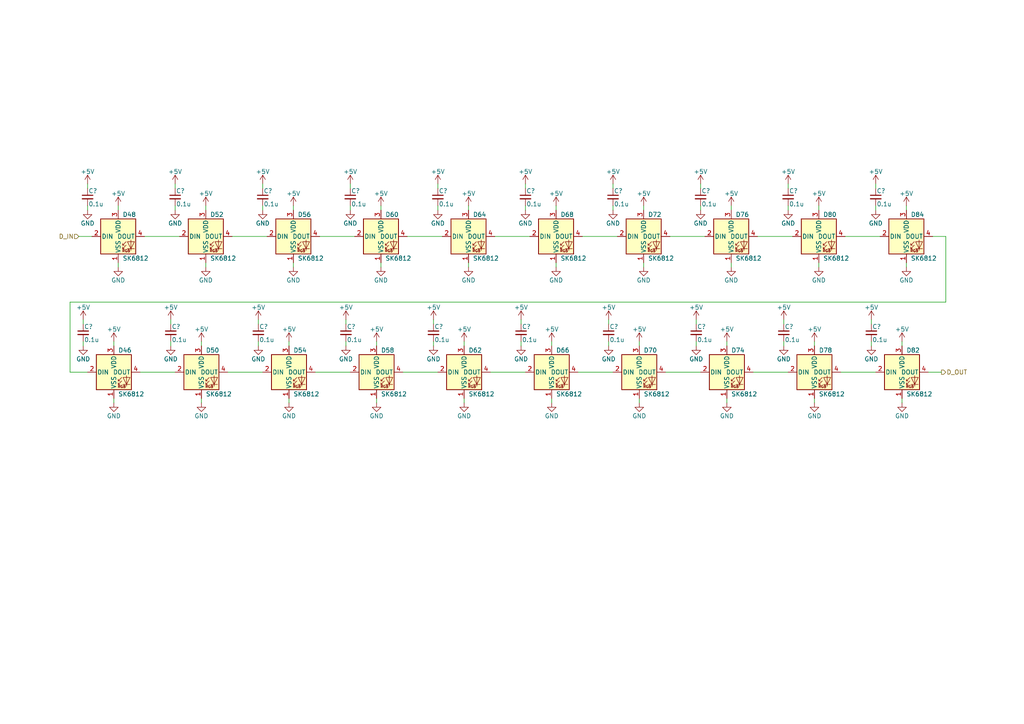
<source format=kicad_sch>
(kicad_sch (version 20231120) (generator "eeschema") (generator_version "8.0")
  (paper "A4")
  (lib_symbols
    (symbol "Device:C_Small" (pin_numbers hide) (pin_names (offset 0.254) hide)
      (property "Reference" "C" (at 0.254 1.778 0))
      (property "Value" "C_Small" (at 0.254 -2.032 0))
      (symbol "C_Small_0_1"
        (polyline (pts (xy -1.524 -0.508) (xy 1.524 -0.508)) (stroke (width 0.3302)))
        (polyline (pts (xy -1.524 0.508) (xy 1.524 0.508)) (stroke (width 0.3048)))
      )
      (symbol "C_Small_1_1"
        (pin passive line (at 0 2.54 270) (length 2.032) (name "~") (number "1"))
        (pin passive line (at 0 -2.54 90) (length 2.032) (name "~") (number "2"))
      )
    )
    (symbol "LED:SK6812" (pin_names (offset 0.254))
      (property "Reference" "D" (at 5.08 5.715 0))
      (property "Value" "SK6812" (at 1.27 -5.715 0))
      (symbol "SK6812_0_0"
        (text "RGB" (at 2.286 -4.191 0) (effects (font (size 0.762 0.762))))
      )
      (symbol "SK6812_0_1"
        (polyline (pts (xy 1.27 -3.556) (xy 1.778 -3.556)))
        (polyline (pts (xy 1.27 -2.54) (xy 1.778 -2.54)))
        (polyline (pts (xy 4.699 -3.556) (xy 2.667 -3.556)))
        (polyline (pts (xy 2.286 -2.54) (xy 1.27 -3.556) (xy 1.27 -3.048)))
        (polyline (pts (xy 2.286 -1.524) (xy 1.27 -2.54) (xy 1.27 -2.032)))
        (polyline (pts (xy 3.683 -1.016) (xy 3.683 -3.556) (xy 3.683 -4.064)))
        (polyline (pts (xy 4.699 -1.524) (xy 2.667 -1.524) (xy 3.683 -3.556) (xy 4.699 -1.524)))
        (rectangle (start 5.08 5.08) (end -5.08 -5.08) (stroke (width 0.254)) (fill (type background)))
      )
      (symbol "SK6812_1_1"
        (pin power_in line (at 0 -7.62 90) (length 2.54) (name "VSS") (number "1"))
        (pin input line (at -7.62 0 0) (length 2.54) (name "DIN") (number "2"))
        (pin power_in line (at 0 7.62 270) (length 2.54) (name "VDD") (number "3"))
        (pin output line (at 7.62 0 180) (length 2.54) (name "DOUT") (number "4"))
      )
    )
    (symbol "power:+5V" (power) (pin_names (offset 0))
      (property "Value" "+5V" (at 0 3.556 0))
      (symbol "+5V_0_1"
        (polyline (pts (xy -0.762 1.27) (xy 0 2.54)))
        (polyline (pts (xy 0 0) (xy 0 2.54)))
        (polyline (pts (xy 0 2.54) (xy 0.762 1.27)))
      )
      (symbol "+5V_1_1"
        (pin power_in line (at 0 0 90) (length 0) hide (name "+5V") (number "1"))
      )
    )
    (symbol "power:GND" (power) (pin_names (offset 0))
      (property "Value" "GND" (at 0 -3.81 0))
      (symbol "GND_0_1"
        (polyline (pts (xy 0 0) (xy 0 -1.27) (xy 1.27 -1.27) (xy 0 -2.54) (xy -1.27 -1.27) (xy 0 -1.27)))
      )
      (symbol "GND_1_1"
        (pin power_in line (at 0 0 270) (length 0) hide (name "GND") (number "1"))
      )
    )
  )
  (wire (pts (xy 151.13 99.06) (xy 151.13 100.33)))
  (wire (pts (xy 116.84 107.95) (xy 127 107.95)))
  (wire (pts (xy 201.93 92.71) (xy 201.93 93.98)))
  (wire (pts (xy 33.02 99.06) (xy 33.02 100.33)))
  (wire (pts (xy 186.69 59.69) (xy 186.69 60.96)))
  (wire (pts (xy 59.69 76.2) (xy 59.69 77.47)))
  (wire (pts (xy 160.02 115.57) (xy 160.02 116.84)))
  (wire (pts (xy 203.2 53.34) (xy 203.2 54.61)))
  (wire (pts (xy 176.53 92.71) (xy 176.53 93.98)))
  (wire (pts (xy 237.49 59.69) (xy 237.49 60.96)))
  (wire (pts (xy 270.51 68.58) (xy 274.32 68.58)))
  (wire (pts (xy 168.91 68.58) (xy 179.07 68.58)))
  (wire (pts (xy 237.49 76.2) (xy 237.49 77.47)))
  (wire (pts (xy 83.82 99.06) (xy 83.82 100.33)))
  (wire (pts (xy 261.62 115.57) (xy 261.62 116.84)))
  (wire (pts (xy 92.71 68.58) (xy 102.87 68.58)))
  (wire (pts (xy 210.82 115.57) (xy 210.82 116.84)))
  (wire (pts (xy 125.73 99.06) (xy 125.73 100.33)))
  (wire (pts (xy 274.32 87.63) (xy 20.32 87.63)))
  (wire (pts (xy 203.2 59.69) (xy 203.2 60.96)))
  (wire (pts (xy 109.22 99.06) (xy 109.22 100.33)))
  (wire (pts (xy 262.89 59.69) (xy 262.89 60.96)))
  (wire (pts (xy 193.04 107.95) (xy 203.2 107.95)))
  (wire (pts (xy 34.29 76.2) (xy 34.29 77.47)))
  (wire (pts (xy 118.11 68.58) (xy 128.27 68.58)))
  (wire (pts (xy 49.53 99.06) (xy 49.53 100.33)))
  (wire (pts (xy 185.42 115.57) (xy 185.42 116.84)))
  (wire (pts (xy 135.89 59.69) (xy 135.89 60.96)))
  (wire (pts (xy 151.13 92.71) (xy 151.13 93.98)))
  (wire (pts (xy 59.69 59.69) (xy 59.69 60.96)))
  (wire (pts (xy 228.6 59.69) (xy 228.6 60.96)))
  (wire (pts (xy 269.24 107.95) (xy 273.05 107.95)))
  (wire (pts (xy 194.31 68.58) (xy 204.47 68.58)))
  (wire (pts (xy 34.29 59.69) (xy 34.29 60.96)))
  (wire (pts (xy 254 59.69) (xy 254 60.96)))
  (wire (pts (xy 245.11 68.58) (xy 255.27 68.58)))
  (wire (pts (xy 58.42 115.57) (xy 58.42 116.84)))
  (wire (pts (xy 212.09 59.69) (xy 212.09 60.96)))
  (wire (pts (xy 254 53.34) (xy 254 54.61)))
  (wire (pts (xy 74.93 92.71) (xy 74.93 93.98)))
  (wire (pts (xy 91.44 107.95) (xy 101.6 107.95)))
  (wire (pts (xy 236.22 99.06) (xy 236.22 100.33)))
  (wire (pts (xy 22.86 68.58) (xy 26.67 68.58)))
  (wire (pts (xy 201.93 99.06) (xy 201.93 100.33)))
  (wire (pts (xy 24.13 92.71) (xy 24.13 93.98)))
  (wire (pts (xy 67.31 68.58) (xy 77.47 68.58)))
  (wire (pts (xy 109.22 115.57) (xy 109.22 116.84)))
  (wire (pts (xy 33.02 115.57) (xy 33.02 116.84)))
  (wire (pts (xy 167.64 107.95) (xy 177.8 107.95)))
  (wire (pts (xy 228.6 53.34) (xy 228.6 54.61)))
  (wire (pts (xy 161.29 76.2) (xy 161.29 77.47)))
  (wire (pts (xy 25.4 59.69) (xy 25.4 60.96)))
  (wire (pts (xy 110.49 76.2) (xy 110.49 77.47)))
  (wire (pts (xy 66.04 107.95) (xy 76.2 107.95)))
  (wire (pts (xy 50.8 53.34) (xy 50.8 54.61)))
  (wire (pts (xy 134.62 115.57) (xy 134.62 116.84)))
  (wire (pts (xy 101.6 53.34) (xy 101.6 54.61)))
  (wire (pts (xy 76.2 53.34) (xy 76.2 54.61)))
  (wire (pts (xy 127 59.69) (xy 127 60.96)))
  (wire (pts (xy 210.82 99.06) (xy 210.82 100.33)))
  (wire (pts (xy 227.33 99.06) (xy 227.33 100.33)))
  (wire (pts (xy 252.73 99.06) (xy 252.73 100.33)))
  (wire (pts (xy 152.4 59.69) (xy 152.4 60.96)))
  (wire (pts (xy 20.32 107.95) (xy 25.4 107.95)))
  (wire (pts (xy 74.93 99.06) (xy 74.93 100.33)))
  (wire (pts (xy 135.89 76.2) (xy 135.89 77.47)))
  (wire (pts (xy 101.6 59.69) (xy 101.6 60.96)))
  (wire (pts (xy 85.09 76.2) (xy 85.09 77.47)))
  (wire (pts (xy 261.62 99.06) (xy 261.62 100.33)))
  (wire (pts (xy 20.32 87.63) (xy 20.32 107.95)))
  (wire (pts (xy 50.8 59.69) (xy 50.8 60.96)))
  (wire (pts (xy 24.13 99.06) (xy 24.13 100.33)))
  (wire (pts (xy 76.2 59.69) (xy 76.2 60.96)))
  (wire (pts (xy 274.32 68.58) (xy 274.32 87.63)))
  (wire (pts (xy 127 53.34) (xy 127 54.61)))
  (wire (pts (xy 185.42 99.06) (xy 185.42 100.33)))
  (wire (pts (xy 186.69 76.2) (xy 186.69 77.47)))
  (wire (pts (xy 252.73 92.71) (xy 252.73 93.98)))
  (wire (pts (xy 83.82 115.57) (xy 83.82 116.84)))
  (wire (pts (xy 40.64 107.95) (xy 50.8 107.95)))
  (wire (pts (xy 142.24 107.95) (xy 152.4 107.95)))
  (wire (pts (xy 152.4 53.34) (xy 152.4 54.61)))
  (wire (pts (xy 134.62 99.06) (xy 134.62 100.33)))
  (wire (pts (xy 176.53 99.06) (xy 176.53 100.33)))
  (wire (pts (xy 227.33 92.71) (xy 227.33 93.98)))
  (wire (pts (xy 25.4 53.34) (xy 25.4 54.61)))
  (wire (pts (xy 100.33 92.71) (xy 100.33 93.98)))
  (wire (pts (xy 236.22 115.57) (xy 236.22 116.84)))
  (wire (pts (xy 219.71 68.58) (xy 229.87 68.58)))
  (wire (pts (xy 58.42 99.06) (xy 58.42 100.33)))
  (wire (pts (xy 218.44 107.95) (xy 228.6 107.95)))
  (wire (pts (xy 177.8 59.69) (xy 177.8 60.96)))
  (wire (pts (xy 177.8 53.34) (xy 177.8 54.61)))
  (wire (pts (xy 41.91 68.58) (xy 52.07 68.58)))
  (wire (pts (xy 100.33 99.06) (xy 100.33 100.33)))
  (wire (pts (xy 212.09 76.2) (xy 212.09 77.47)))
  (wire (pts (xy 160.02 99.06) (xy 160.02 100.33)))
  (wire (pts (xy 125.73 92.71) (xy 125.73 93.98)))
  (wire (pts (xy 161.29 59.69) (xy 161.29 60.96)))
  (wire (pts (xy 262.89 76.2) (xy 262.89 77.47)))
  (wire (pts (xy 243.84 107.95) (xy 254 107.95)))
  (wire (pts (xy 143.51 68.58) (xy 153.67 68.58)))
  (wire (pts (xy 49.53 92.71) (xy 49.53 93.98)))
  (wire (pts (xy 110.49 59.69) (xy 110.49 60.96)))
  (wire (pts (xy 85.09 59.69) (xy 85.09 60.96)))
  (hierarchical_label "D_OUT" (shape output) (at 273.05 107.95 0))
  (hierarchical_label "D_IN" (shape input) (at 22.86 68.58 180))
  (symbol (lib_id "LED:SK6812") (at 34.29 68.58 0) (unit 1)
    (property "Reference" "D48" (at 35.56 62.23 0) (effects (justify left)))
    (property "Value" "SK6812" (at 35.56 74.93 0) (effects (justify left)))
    (property "Footprint" "-led:LED_SK6812_PLCC4_5.0x5.0mm_P3.2mm_CustomForLedArray" (effects (hide yes)))
    (property "Datasheet" "https://cdn-shop.adafruit.com/product-files/1138/SK6812+LED+datasheet+.pdf" (effects (hide yes)))
    (instances (project "iot_name_tag" (path "" (reference "D48") (unit 1)) (path "" (reference "D87") (unit 1)) (path "" (reference "D8") (unit 1))))
  )
  (symbol (lib_id "Device:C_Small") (at 25.4 57.15 0) (unit 1)
    (property "Reference" "C16" (at 25.654 55.372 0) (effects (justify left)))
    (property "Value" "0.1u" (at 25.654 59.182 0) (effects (justify left)))
    (property "Footprint" "-capacitor:C_0402_NoSilk" (effects (hide yes)))
    (instances (project "iot_name_tag" (path "" (reference "C?") (unit 1)) (path "" (reference "C58") (unit 1)) (path "" (reference "C97") (unit 1)) (path "" (reference "C16") (unit 1))))
  )
  (symbol (lib_id "power:GND") (at 25.4 60.96 0) (unit 1)
    (property "Reference" "#PWR0156" (effects (hide yes)))
    (property "Value" "GND" (at 25.4 64.77 0))
    (instances (project "iot_name_tag" (path "" (reference "#PWR?") (unit 1)) (path "" (reference "#PWR0318") (unit 1)) (path "" (reference "#PWR0478") (unit 1)) (path "" (reference "#PWR0156") (unit 1))))
  )
  (symbol (lib_id "power:+5V") (at 25.4 53.34 0) (unit 1)
    (property "Reference" "#PWR0157" (effects (hide yes)))
    (property "Value" "+5V" (at 25.4 49.784 0))
    (instances (project "iot_name_tag" (path "" (reference "#PWR?") (unit 1)) (path "" (reference "#PWR0319") (unit 1)) (path "" (reference "#PWR0479") (unit 1)) (path "" (reference "#PWR0157") (unit 1))))
  )
  (symbol (lib_id "power:+5V") (at 34.29 59.69 0) (unit 1)
    (property "Reference" "#PWR0158" (effects (hide yes)))
    (property "Value" "+5V" (at 34.29 56.134 0))
    (instances (project "iot_name_tag" (path "" (reference "#PWR?") (unit 1)) (path "" (reference "#PWR0320") (unit 1)) (path "" (reference "#PWR0480") (unit 1)) (path "" (reference "#PWR0158") (unit 1))))
  )
  (symbol (lib_id "power:GND") (at 34.29 77.47 0) (unit 1)
    (property "Reference" "#PWR0159" (effects (hide yes)))
    (property "Value" "GND" (at 34.29 81.28 0))
    (instances (project "iot_name_tag" (path "" (reference "#PWR?") (unit 1)) (path "" (reference "#PWR0321") (unit 1)) (path "" (reference "#PWR0481") (unit 1)) (path "" (reference "#PWR0159") (unit 1))))
  )
  (symbol (lib_id "power:GND") (at 59.69 77.47 0) (unit 1)
    (property "Reference" "#PWR0160" (effects (hide yes)))
    (property "Value" "GND" (at 59.69 81.28 0))
    (instances (project "iot_name_tag" (path "" (reference "#PWR?") (unit 1)) (path "" (reference "#PWR0322") (unit 1)) (path "" (reference "#PWR0482") (unit 1)) (path "" (reference "#PWR0160") (unit 1))))
  )
  (symbol (lib_id "power:+5V") (at 59.69 59.69 0) (unit 1)
    (property "Reference" "#PWR0161" (effects (hide yes)))
    (property "Value" "+5V" (at 59.69 56.134 0))
    (instances (project "iot_name_tag" (path "" (reference "#PWR?") (unit 1)) (path "" (reference "#PWR0323") (unit 1)) (path "" (reference "#PWR0483") (unit 1)) (path "" (reference "#PWR0161") (unit 1))))
  )
  (symbol (lib_id "power:GND") (at 50.8 60.96 0) (unit 1)
    (property "Reference" "#PWR0163" (effects (hide yes)))
    (property "Value" "GND" (at 50.8 64.77 0))
    (instances (project "iot_name_tag" (path "" (reference "#PWR?") (unit 1)) (path "" (reference "#PWR0325") (unit 1)) (path "" (reference "#PWR0485") (unit 1)) (path "" (reference "#PWR0163") (unit 1))))
  )
  (symbol (lib_id "LED:SK6812") (at 59.69 68.58 0) (unit 1)
    (property "Reference" "D52" (at 60.96 62.23 0) (effects (justify left)))
    (property "Value" "SK6812" (at 60.96 74.93 0) (effects (justify left)))
    (property "Footprint" "-led:LED_SK6812_PLCC4_5.0x5.0mm_P3.2mm_CustomForLedArray" (effects (hide yes)))
    (property "Datasheet" "https://cdn-shop.adafruit.com/product-files/1138/SK6812+LED+datasheet+.pdf" (effects (hide yes)))
    (instances (project "iot_name_tag" (path "" (reference "D52") (unit 1)) (path "" (reference "D89") (unit 1)) (path "" (reference "D12") (unit 1))))
  )
  (symbol (lib_id "LED:SK6812") (at 85.09 68.58 0) (unit 1)
    (property "Reference" "D56" (at 86.36 62.23 0) (effects (justify left)))
    (property "Value" "SK6812" (at 86.36 74.93 0) (effects (justify left)))
    (property "Footprint" "-led:LED_SK6812_PLCC4_5.0x5.0mm_P3.2mm_CustomForLedArray" (effects (hide yes)))
    (property "Datasheet" "https://cdn-shop.adafruit.com/product-files/1138/SK6812+LED+datasheet+.pdf" (effects (hide yes)))
    (instances (project "iot_name_tag" (path "" (reference "D56") (unit 1)) (path "" (reference "D91") (unit 1)) (path "" (reference "D16") (unit 1))))
  )
  (symbol (lib_id "power:GND") (at 110.49 77.47 0) (unit 1)
    (property "Reference" "#PWR0168" (effects (hide yes)))
    (property "Value" "GND" (at 110.49 81.28 0))
    (instances (project "iot_name_tag" (path "" (reference "#PWR?") (unit 1)) (path "" (reference "#PWR0330") (unit 1)) (path "" (reference "#PWR0490") (unit 1)) (path "" (reference "#PWR0168") (unit 1))))
  )
  (symbol (lib_id "power:+5V") (at 110.49 59.69 0) (unit 1)
    (property "Reference" "#PWR0169" (effects (hide yes)))
    (property "Value" "+5V" (at 110.49 56.134 0))
    (instances (project "iot_name_tag" (path "" (reference "#PWR?") (unit 1)) (path "" (reference "#PWR0331") (unit 1)) (path "" (reference "#PWR0491") (unit 1)) (path "" (reference "#PWR0169") (unit 1))))
  )
  (symbol (lib_id "power:+5V") (at 101.6 53.34 0) (unit 1)
    (property "Reference" "#PWR0170" (effects (hide yes)))
    (property "Value" "+5V" (at 101.6 49.784 0))
    (instances (project "iot_name_tag" (path "" (reference "#PWR?") (unit 1)) (path "" (reference "#PWR0332") (unit 1)) (path "" (reference "#PWR0492") (unit 1)) (path "" (reference "#PWR0170") (unit 1))))
  )
  (symbol (lib_id "power:GND") (at 101.6 60.96 0) (unit 1)
    (property "Reference" "#PWR0171" (effects (hide yes)))
    (property "Value" "GND" (at 101.6 64.77 0))
    (instances (project "iot_name_tag" (path "" (reference "#PWR?") (unit 1)) (path "" (reference "#PWR0333") (unit 1)) (path "" (reference "#PWR0493") (unit 1)) (path "" (reference "#PWR0171") (unit 1))))
  )
  (symbol (lib_id "Device:C_Small") (at 101.6 57.15 0) (unit 1)
    (property "Reference" "C28" (at 101.854 55.372 0) (effects (justify left)))
    (property "Value" "0.1u" (at 101.854 59.182 0) (effects (justify left)))
    (property "Footprint" "-capacitor:C_0402_NoSilk" (effects (hide yes)))
    (instances (project "iot_name_tag" (path "" (reference "C?") (unit 1)) (path "" (reference "C70") (unit 1)) (path "" (reference "C103") (unit 1)) (path "" (reference "C28") (unit 1))))
  )
  (symbol (lib_id "LED:SK6812") (at 110.49 68.58 0) (unit 1)
    (property "Reference" "D60" (at 111.76 62.23 0) (effects (justify left)))
    (property "Value" "SK6812" (at 111.76 74.93 0) (effects (justify left)))
    (property "Footprint" "-led:LED_SK6812_PLCC4_5.0x5.0mm_P3.2mm_CustomForLedArray" (effects (hide yes)))
    (property "Datasheet" "https://cdn-shop.adafruit.com/product-files/1138/SK6812+LED+datasheet+.pdf" (effects (hide yes)))
    (instances (project "iot_name_tag" (path "" (reference "D60") (unit 1)) (path "" (reference "D93") (unit 1)) (path "" (reference "D20") (unit 1))))
  )
  (symbol (lib_id "power:+5V") (at 127 53.34 0) (unit 1)
    (property "Reference" "#PWR0174" (effects (hide yes)))
    (property "Value" "+5V" (at 127 49.784 0))
    (instances (project "iot_name_tag" (path "" (reference "#PWR?") (unit 1)) (path "" (reference "#PWR0336") (unit 1)) (path "" (reference "#PWR0496") (unit 1)) (path "" (reference "#PWR0174") (unit 1))))
  )
  (symbol (lib_id "power:GND") (at 127 60.96 0) (unit 1)
    (property "Reference" "#PWR0175" (effects (hide yes)))
    (property "Value" "GND" (at 127 64.77 0))
    (instances (project "iot_name_tag" (path "" (reference "#PWR?") (unit 1)) (path "" (reference "#PWR0337") (unit 1)) (path "" (reference "#PWR0497") (unit 1)) (path "" (reference "#PWR0175") (unit 1))))
  )
  (symbol (lib_id "LED:SK6812") (at 135.89 68.58 0) (unit 1)
    (property "Reference" "D64" (at 137.16 62.23 0) (effects (justify left)))
    (property "Value" "SK6812" (at 137.16 74.93 0) (effects (justify left)))
    (property "Footprint" "-led:LED_SK6812_PLCC4_5.0x5.0mm_P3.2mm_CustomForLedArray" (effects (hide yes)))
    (property "Datasheet" "https://cdn-shop.adafruit.com/product-files/1138/SK6812+LED+datasheet+.pdf" (effects (hide yes)))
    (instances (project "iot_name_tag" (path "" (reference "D64") (unit 1)) (path "" (reference "D95") (unit 1)) (path "" (reference "D24") (unit 1))))
  )
  (symbol (lib_id "power:GND") (at 161.29 77.47 0) (unit 1)
    (property "Reference" "#PWR0176" (effects (hide yes)))
    (property "Value" "GND" (at 161.29 81.28 0))
    (instances (project "iot_name_tag" (path "" (reference "#PWR?") (unit 1)) (path "" (reference "#PWR0338") (unit 1)) (path "" (reference "#PWR0498") (unit 1)) (path "" (reference "#PWR0176") (unit 1))))
  )
  (symbol (lib_id "power:+5V") (at 161.29 59.69 0) (unit 1)
    (property "Reference" "#PWR0177" (effects (hide yes)))
    (property "Value" "+5V" (at 161.29 56.134 0))
    (instances (project "iot_name_tag" (path "" (reference "#PWR?") (unit 1)) (path "" (reference "#PWR0339") (unit 1)) (path "" (reference "#PWR0499") (unit 1)) (path "" (reference "#PWR0177") (unit 1))))
  )
  (symbol (lib_id "power:+5V") (at 152.4 53.34 0) (unit 1)
    (property "Reference" "#PWR0178" (effects (hide yes)))
    (property "Value" "+5V" (at 152.4 49.784 0))
    (instances (project "iot_name_tag" (path "" (reference "#PWR?") (unit 1)) (path "" (reference "#PWR0340") (unit 1)) (path "" (reference "#PWR0500") (unit 1)) (path "" (reference "#PWR0178") (unit 1))))
  )
  (symbol (lib_id "power:GND") (at 152.4 60.96 0) (unit 1)
    (property "Reference" "#PWR0179" (effects (hide yes)))
    (property "Value" "GND" (at 152.4 64.77 0))
    (instances (project "iot_name_tag" (path "" (reference "#PWR?") (unit 1)) (path "" (reference "#PWR0341") (unit 1)) (path "" (reference "#PWR0501") (unit 1)) (path "" (reference "#PWR0179") (unit 1))))
  )
  (symbol (lib_id "Device:C_Small") (at 152.4 57.15 0) (unit 1)
    (property "Reference" "C36" (at 152.654 55.372 0) (effects (justify left)))
    (property "Value" "0.1u" (at 152.654 59.182 0) (effects (justify left)))
    (property "Footprint" "-capacitor:C_0402_NoSilk" (effects (hide yes)))
    (instances (project "iot_name_tag" (path "" (reference "C?") (unit 1)) (path "" (reference "C78") (unit 1)) (path "" (reference "C107") (unit 1)) (path "" (reference "C36") (unit 1))))
  )
  (symbol (lib_id "LED:SK6812") (at 161.29 68.58 0) (unit 1)
    (property "Reference" "D68" (at 162.56 62.23 0) (effects (justify left)))
    (property "Value" "SK6812" (at 162.56 74.93 0) (effects (justify left)))
    (property "Footprint" "-led:LED_SK6812_PLCC4_5.0x5.0mm_P3.2mm_CustomForLedArray" (effects (hide yes)))
    (property "Datasheet" "https://cdn-shop.adafruit.com/product-files/1138/SK6812+LED+datasheet+.pdf" (effects (hide yes)))
    (instances (project "iot_name_tag" (path "" (reference "D68") (unit 1)) (path "" (reference "D97") (unit 1)) (path "" (reference "D28") (unit 1))))
  )
  (symbol (lib_id "power:GND") (at 186.69 77.47 0) (unit 1)
    (property "Reference" "#PWR0180" (effects (hide yes)))
    (property "Value" "GND" (at 186.69 81.28 0))
    (instances (project "iot_name_tag" (path "" (reference "#PWR?") (unit 1)) (path "" (reference "#PWR0342") (unit 1)) (path "" (reference "#PWR0502") (unit 1)) (path "" (reference "#PWR0180") (unit 1))))
  )
  (symbol (lib_id "LED:SK6812") (at 186.69 68.58 0) (unit 1)
    (property "Reference" "D72" (at 187.96 62.23 0) (effects (justify left)))
    (property "Value" "SK6812" (at 187.96 74.93 0) (effects (justify left)))
    (property "Footprint" "-led:LED_SK6812_PLCC4_5.0x5.0mm_P3.2mm_CustomForLedArray" (effects (hide yes)))
    (property "Datasheet" "https://cdn-shop.adafruit.com/product-files/1138/SK6812+LED+datasheet+.pdf" (effects (hide yes)))
    (instances (project "iot_name_tag" (path "" (reference "D72") (unit 1)) (path "" (reference "D99") (unit 1)) (path "" (reference "D32") (unit 1))))
  )
  (symbol (lib_id "power:+5V") (at 212.09 59.69 0) (unit 1)
    (property "Reference" "#PWR0185" (effects (hide yes)))
    (property "Value" "+5V" (at 212.09 56.134 0))
    (instances (project "iot_name_tag" (path "" (reference "#PWR?") (unit 1)) (path "" (reference "#PWR0347") (unit 1)) (path "" (reference "#PWR0507") (unit 1)) (path "" (reference "#PWR0185") (unit 1))))
  )
  (symbol (lib_id "LED:SK6812") (at 212.09 68.58 0) (unit 1)
    (property "Reference" "D76" (at 213.36 62.23 0) (effects (justify left)))
    (property "Value" "SK6812" (at 213.36 74.93 0) (effects (justify left)))
    (property "Footprint" "-led:LED_SK6812_PLCC4_5.0x5.0mm_P3.2mm_CustomForLedArray" (effects (hide yes)))
    (property "Datasheet" "https://cdn-shop.adafruit.com/product-files/1138/SK6812+LED+datasheet+.pdf" (effects (hide yes)))
    (instances (project "iot_name_tag" (path "" (reference "D76") (unit 1)) (path "" (reference "D101") (unit 1)) (path "" (reference "D36") (unit 1))))
  )
  (symbol (lib_id "power:GND") (at 237.49 77.47 0) (unit 1)
    (property "Reference" "#PWR0188" (effects (hide yes)))
    (property "Value" "GND" (at 237.49 81.28 0))
    (instances (project "iot_name_tag" (path "" (reference "#PWR?") (unit 1)) (path "" (reference "#PWR0350") (unit 1)) (path "" (reference "#PWR0510") (unit 1)) (path "" (reference "#PWR0188") (unit 1))))
  )
  (symbol (lib_id "power:+5V") (at 237.49 59.69 0) (unit 1)
    (property "Reference" "#PWR0189" (effects (hide yes)))
    (property "Value" "+5V" (at 237.49 56.134 0))
    (instances (project "iot_name_tag" (path "" (reference "#PWR?") (unit 1)) (path "" (reference "#PWR0351") (unit 1)) (path "" (reference "#PWR0511") (unit 1)) (path "" (reference "#PWR0189") (unit 1))))
  )
  (symbol (lib_id "power:+5V") (at 228.6 53.34 0) (unit 1)
    (property "Reference" "#PWR0190" (effects (hide yes)))
    (property "Value" "+5V" (at 228.6 49.784 0))
    (instances (project "iot_name_tag" (path "" (reference "#PWR?") (unit 1)) (path "" (reference "#PWR0352") (unit 1)) (path "" (reference "#PWR0512") (unit 1)) (path "" (reference "#PWR0190") (unit 1))))
  )
  (symbol (lib_id "power:GND") (at 228.6 60.96 0) (unit 1)
    (property "Reference" "#PWR0191" (effects (hide yes)))
    (property "Value" "GND" (at 228.6 64.77 0))
    (instances (project "iot_name_tag" (path "" (reference "#PWR?") (unit 1)) (path "" (reference "#PWR0353") (unit 1)) (path "" (reference "#PWR0513") (unit 1)) (path "" (reference "#PWR0191") (unit 1))))
  )
  (symbol (lib_id "Device:C_Small") (at 228.6 57.15 0) (unit 1)
    (property "Reference" "C48" (at 228.854 55.372 0) (effects (justify left)))
    (property "Value" "0.1u" (at 228.854 59.182 0) (effects (justify left)))
    (property "Footprint" "-capacitor:C_0402_NoSilk" (effects (hide yes)))
    (instances (project "iot_name_tag" (path "" (reference "C?") (unit 1)) (path "" (reference "C90") (unit 1)) (path "" (reference "C113") (unit 1)) (path "" (reference "C48") (unit 1))))
  )
  (symbol (lib_id "LED:SK6812") (at 237.49 68.58 0) (unit 1)
    (property "Reference" "D80" (at 238.76 62.23 0) (effects (justify left)))
    (property "Value" "SK6812" (at 238.76 74.93 0) (effects (justify left)))
    (property "Footprint" "-led:LED_SK6812_PLCC4_5.0x5.0mm_P3.2mm_CustomForLedArray" (effects (hide yes)))
    (property "Datasheet" "https://cdn-shop.adafruit.com/product-files/1138/SK6812+LED+datasheet+.pdf" (effects (hide yes)))
    (instances (project "iot_name_tag" (path "" (reference "D80") (unit 1)) (path "" (reference "D103") (unit 1)) (path "" (reference "D40") (unit 1))))
  )
  (symbol (lib_id "power:+5V") (at 262.89 59.69 0) (unit 1)
    (property "Reference" "#PWR0193" (effects (hide yes)))
    (property "Value" "+5V" (at 262.89 56.134 0))
    (instances (project "iot_name_tag" (path "" (reference "#PWR?") (unit 1)) (path "" (reference "#PWR0355") (unit 1)) (path "" (reference "#PWR0515") (unit 1)) (path "" (reference "#PWR0193") (unit 1))))
  )
  (symbol (lib_id "power:+5V") (at 254 53.34 0) (unit 1)
    (property "Reference" "#PWR0194" (effects (hide yes)))
    (property "Value" "+5V" (at 254 49.784 0))
    (instances (project "iot_name_tag" (path "" (reference "#PWR?") (unit 1)) (path "" (reference "#PWR0356") (unit 1)) (path "" (reference "#PWR0516") (unit 1)) (path "" (reference "#PWR0194") (unit 1))))
  )
  (symbol (lib_id "power:GND") (at 254 60.96 0) (unit 1)
    (property "Reference" "#PWR0195" (effects (hide yes)))
    (property "Value" "GND" (at 254 64.77 0))
    (instances (project "iot_name_tag" (path "" (reference "#PWR?") (unit 1)) (path "" (reference "#PWR0357") (unit 1)) (path "" (reference "#PWR0517") (unit 1)) (path "" (reference "#PWR0195") (unit 1))))
  )
  (symbol (lib_id "Device:C_Small") (at 254 57.15 0) (unit 1)
    (property "Reference" "C52" (at 254.254 55.372 0) (effects (justify left)))
    (property "Value" "0.1u" (at 254.254 59.182 0) (effects (justify left)))
    (property "Footprint" "-capacitor:C_0402_NoSilk" (effects (hide yes)))
    (instances (project "iot_name_tag" (path "" (reference "C?") (unit 1)) (path "" (reference "C94") (unit 1)) (path "" (reference "C115") (unit 1)) (path "" (reference "C52") (unit 1))))
  )
  (symbol (lib_id "LED:SK6812") (at 262.89 68.58 0) (unit 1)
    (property "Reference" "D84" (at 264.16 62.23 0) (effects (justify left)))
    (property "Value" "SK6812" (at 264.16 74.93 0) (effects (justify left)))
    (property "Footprint" "-led:LED_SK6812_PLCC4_5.0x5.0mm_P3.2mm_CustomForLedArray" (effects (hide yes)))
    (property "Datasheet" "https://cdn-shop.adafruit.com/product-files/1138/SK6812+LED+datasheet+.pdf" (effects (hide yes)))
    (instances (project "iot_name_tag" (path "" (reference "D84") (unit 1)) (path "" (reference "D105") (unit 1)) (path "" (reference "D44") (unit 1))))
  )
  (symbol (lib_id "LED:SK6812") (at 33.02 107.95 0) (unit 1)
    (property "Reference" "D46" (at 34.29 101.6 0) (effects (justify left)))
    (property "Value" "SK6812" (at 34.29 114.3 0) (effects (justify left)))
    (property "Footprint" "-led:LED_SK6812_PLCC4_5.0x5.0mm_P3.2mm_CustomForLedArray" (effects (hide yes)))
    (property "Datasheet" "https://cdn-shop.adafruit.com/product-files/1138/SK6812+LED+datasheet+.pdf" (effects (hide yes)))
    (instances (project "iot_name_tag" (path "" (reference "D46") (unit 1)) (path "" (reference "D86") (unit 1)) (path "" (reference "D6") (unit 1))))
  )
  (symbol (lib_id "power:+5V") (at 24.13 92.71 0) (unit 1)
    (property "Reference" "#PWR0197" (effects (hide yes)))
    (property "Value" "+5V" (at 24.13 89.154 0))
    (instances (project "iot_name_tag" (path "" (reference "#PWR?") (unit 1)) (path "" (reference "#PWR0359") (unit 1)) (path "" (reference "#PWR0519") (unit 1)) (path "" (reference "#PWR0197") (unit 1))))
  )
  (symbol (lib_id "power:+5V") (at 33.02 99.06 0) (unit 1)
    (property "Reference" "#PWR0198" (effects (hide yes)))
    (property "Value" "+5V" (at 33.02 95.504 0))
    (instances (project "iot_name_tag" (path "" (reference "#PWR?") (unit 1)) (path "" (reference "#PWR0360") (unit 1)) (path "" (reference "#PWR0520") (unit 1)) (path "" (reference "#PWR0198") (unit 1))))
  )
  (symbol (lib_id "power:+5V") (at 49.53 92.71 0) (unit 1)
    (property "Reference" "#PWR0202" (effects (hide yes)))
    (property "Value" "+5V" (at 49.53 89.154 0))
    (instances (project "iot_name_tag" (path "" (reference "#PWR?") (unit 1)) (path "" (reference "#PWR0364") (unit 1)) (path "" (reference "#PWR0524") (unit 1)) (path "" (reference "#PWR0202") (unit 1))))
  )
  (symbol (lib_id "power:GND") (at 109.22 116.84 0) (unit 1)
    (property "Reference" "#PWR0208" (effects (hide yes)))
    (property "Value" "GND" (at 109.22 120.65 0))
    (instances (project "iot_name_tag" (path "" (reference "#PWR?") (unit 1)) (path "" (reference "#PWR0370") (unit 1)) (path "" (reference "#PWR0530") (unit 1)) (path "" (reference "#PWR0208") (unit 1))))
  )
  (symbol (lib_id "power:+5V") (at 100.33 92.71 0) (unit 1)
    (property "Reference" "#PWR0210" (effects (hide yes)))
    (property "Value" "+5V" (at 100.33 89.154 0))
    (instances (project "iot_name_tag" (path "" (reference "#PWR?") (unit 1)) (path "" (reference "#PWR0372") (unit 1)) (path "" (reference "#PWR0532") (unit 1)) (path "" (reference "#PWR0210") (unit 1))))
  )
  (symbol (lib_id "power:GND") (at 100.33 100.33 0) (unit 1)
    (property "Reference" "#PWR0211" (effects (hide yes)))
    (property "Value" "GND" (at 100.33 104.14 0))
    (instances (project "iot_name_tag" (path "" (reference "#PWR?") (unit 1)) (path "" (reference "#PWR0373") (unit 1)) (path "" (reference "#PWR0533") (unit 1)) (path "" (reference "#PWR0211") (unit 1))))
  )
  (symbol (lib_id "Device:C_Small") (at 100.33 96.52 0) (unit 1)
    (property "Reference" "C26" (at 100.584 94.742 0) (effects (justify left)))
    (property "Value" "0.1u" (at 100.584 98.552 0) (effects (justify left)))
    (property "Footprint" "-capacitor:C_0402_NoSilk" (effects (hide yes)))
    (instances (project "iot_name_tag" (path "" (reference "C?") (unit 1)) (path "" (reference "C68") (unit 1)) (path "" (reference "C102") (unit 1)) (path "" (reference "C26") (unit 1))))
  )
  (symbol (lib_id "LED:SK6812") (at 109.22 107.95 0) (unit 1)
    (property "Reference" "D58" (at 110.49 101.6 0) (effects (justify left)))
    (property "Value" "SK6812" (at 110.49 114.3 0) (effects (justify left)))
    (property "Footprint" "-led:LED_SK6812_PLCC4_5.0x5.0mm_P3.2mm_CustomForLedArray" (effects (hide yes)))
    (property "Datasheet" "https://cdn-shop.adafruit.com/product-files/1138/SK6812+LED+datasheet+.pdf" (effects (hide yes)))
    (instances (project "iot_name_tag" (path "" (reference "D58") (unit 1)) (path "" (reference "D92") (unit 1)) (path "" (reference "D18") (unit 1))))
  )
  (symbol (lib_id "power:+5V") (at 134.62 99.06 0) (unit 1)
    (property "Reference" "#PWR0213" (effects (hide yes)))
    (property "Value" "+5V" (at 134.62 95.504 0))
    (instances (project "iot_name_tag" (path "" (reference "#PWR?") (unit 1)) (path "" (reference "#PWR0375") (unit 1)) (path "" (reference "#PWR0535") (unit 1)) (path "" (reference "#PWR0213") (unit 1))))
  )
  (symbol (lib_id "power:+5V") (at 125.73 92.71 0) (unit 1)
    (property "Reference" "#PWR0214" (effects (hide yes)))
    (property "Value" "+5V" (at 125.73 89.154 0))
    (instances (project "iot_name_tag" (path "" (reference "#PWR?") (unit 1)) (path "" (reference "#PWR0376") (unit 1)) (path "" (reference "#PWR0536") (unit 1)) (path "" (reference "#PWR0214") (unit 1))))
  )
  (symbol (lib_id "power:GND") (at 125.73 100.33 0) (unit 1)
    (property "Reference" "#PWR0215" (effects (hide yes)))
    (property "Value" "GND" (at 125.73 104.14 0))
    (instances (project "iot_name_tag" (path "" (reference "#PWR?") (unit 1)) (path "" (reference "#PWR0377") (unit 1)) (path "" (reference "#PWR0537") (unit 1)) (path "" (reference "#PWR0215") (unit 1))))
  )
  (symbol (lib_id "Device:C_Small") (at 125.73 96.52 0) (unit 1)
    (property "Reference" "C30" (at 125.984 94.742 0) (effects (justify left)))
    (property "Value" "0.1u" (at 125.984 98.552 0) (effects (justify left)))
    (property "Footprint" "-capacitor:C_0402_NoSilk" (effects (hide yes)))
    (instances (project "iot_name_tag" (path "" (reference "C?") (unit 1)) (path "" (reference "C72") (unit 1)) (path "" (reference "C104") (unit 1)) (path "" (reference "C30") (unit 1))))
  )
  (symbol (lib_id "LED:SK6812") (at 134.62 107.95 0) (unit 1)
    (property "Reference" "D62" (at 135.89 101.6 0) (effects (justify left)))
    (property "Value" "SK6812" (at 135.89 114.3 0) (effects (justify left)))
    (property "Footprint" "-led:LED_SK6812_PLCC4_5.0x5.0mm_P3.2mm_CustomForLedArray" (effects (hide yes)))
    (property "Datasheet" "https://cdn-shop.adafruit.com/product-files/1138/SK6812+LED+datasheet+.pdf" (effects (hide yes)))
    (instances (project "iot_name_tag" (path "" (reference "D62") (unit 1)) (path "" (reference "D94") (unit 1)) (path "" (reference "D22") (unit 1))))
  )
  (symbol (lib_id "power:GND") (at 160.02 116.84 0) (unit 1)
    (property "Reference" "#PWR0216" (effects (hide yes)))
    (property "Value" "GND" (at 160.02 120.65 0))
    (instances (project "iot_name_tag" (path "" (reference "#PWR?") (unit 1)) (path "" (reference "#PWR0378") (unit 1)) (path "" (reference "#PWR0538") (unit 1)) (path "" (reference "#PWR0216") (unit 1))))
  )
  (symbol (lib_id "power:+5V") (at 160.02 99.06 0) (unit 1)
    (property "Reference" "#PWR0217" (effects (hide yes)))
    (property "Value" "+5V" (at 160.02 95.504 0))
    (instances (project "iot_name_tag" (path "" (reference "#PWR?") (unit 1)) (path "" (reference "#PWR0379") (unit 1)) (path "" (reference "#PWR0539") (unit 1)) (path "" (reference "#PWR0217") (unit 1))))
  )
  (symbol (lib_id "power:GND") (at 185.42 116.84 0) (unit 1)
    (property "Reference" "#PWR0220" (effects (hide yes)))
    (property "Value" "GND" (at 185.42 120.65 0))
    (instances (project "iot_name_tag" (path "" (reference "#PWR?") (unit 1)) (path "" (reference "#PWR0382") (unit 1)) (path "" (reference "#PWR0542") (unit 1)) (path "" (reference "#PWR0220") (unit 1))))
  )
  (symbol (lib_id "power:+5V") (at 176.53 92.71 0) (unit 1)
    (property "Reference" "#PWR0222" (effects (hide yes)))
    (property "Value" "+5V" (at 176.53 89.154 0))
    (instances (project "iot_name_tag" (path "" (reference "#PWR?") (unit 1)) (path "" (reference "#PWR0384") (unit 1)) (path "" (reference "#PWR0544") (unit 1)) (path "" (reference "#PWR0222") (unit 1))))
  )
  (symbol (lib_id "power:GND") (at 210.82 116.84 0) (unit 1)
    (property "Reference" "#PWR0224" (effects (hide yes)))
    (property "Value" "GND" (at 210.82 120.65 0))
    (instances (project "iot_name_tag" (path "" (reference "#PWR?") (unit 1)) (path "" (reference "#PWR0386") (unit 1)) (path "" (reference "#PWR0546") (unit 1)) (path "" (reference "#PWR0224") (unit 1))))
  )
  (symbol (lib_id "power:+5V") (at 210.82 99.06 0) (unit 1)
    (property "Reference" "#PWR0225" (effects (hide yes)))
    (property "Value" "+5V" (at 210.82 95.504 0))
    (instances (project "iot_name_tag" (path "" (reference "#PWR?") (unit 1)) (path "" (reference "#PWR0387") (unit 1)) (path "" (reference "#PWR0547") (unit 1)) (path "" (reference "#PWR0225") (unit 1))))
  )
  (symbol (lib_id "power:+5V") (at 236.22 99.06 0) (unit 1)
    (property "Reference" "#PWR0229" (effects (hide yes)))
    (property "Value" "+5V" (at 236.22 95.504 0))
    (instances (project "iot_name_tag" (path "" (reference "#PWR?") (unit 1)) (path "" (reference "#PWR0391") (unit 1)) (path "" (reference "#PWR0551") (unit 1)) (path "" (reference "#PWR0229") (unit 1))))
  )
  (symbol (lib_id "power:+5V") (at 227.33 92.71 0) (unit 1)
    (property "Reference" "#PWR0230" (effects (hide yes)))
    (property "Value" "+5V" (at 227.33 89.154 0))
    (instances (project "iot_name_tag" (path "" (reference "#PWR?") (unit 1)) (path "" (reference "#PWR0392") (unit 1)) (path "" (reference "#PWR0552") (unit 1)) (path "" (reference "#PWR0230") (unit 1))))
  )
  (symbol (lib_id "Device:C_Small") (at 227.33 96.52 0) (unit 1)
    (property "Reference" "C46" (at 227.584 94.742 0) (effects (justify left)))
    (property "Value" "0.1u" (at 227.584 98.552 0) (effects (justify left)))
    (property "Footprint" "-capacitor:C_0402_NoSilk" (effects (hide yes)))
    (instances (project "iot_name_tag" (path "" (reference "C?") (unit 1)) (path "" (reference "C88") (unit 1)) (path "" (reference "C112") (unit 1)) (path "" (reference "C46") (unit 1))))
  )
  (symbol (lib_id "LED:SK6812") (at 236.22 107.95 0) (unit 1)
    (property "Reference" "D78" (at 237.49 101.6 0) (effects (justify left)))
    (property "Value" "SK6812" (at 237.49 114.3 0) (effects (justify left)))
    (property "Footprint" "-led:LED_SK6812_PLCC4_5.0x5.0mm_P3.2mm_CustomForLedArray" (effects (hide yes)))
    (property "Datasheet" "https://cdn-shop.adafruit.com/product-files/1138/SK6812+LED+datasheet+.pdf" (effects (hide yes)))
    (instances (project "iot_name_tag" (path "" (reference "D78") (unit 1)) (path "" (reference "D102") (unit 1)) (path "" (reference "D38") (unit 1))))
  )
  (symbol (lib_id "power:GND") (at 261.62 116.84 0) (unit 1)
    (property "Reference" "#PWR0232" (effects (hide yes)))
    (property "Value" "GND" (at 261.62 120.65 0))
    (instances (project "iot_name_tag" (path "" (reference "#PWR?") (unit 1)) (path "" (reference "#PWR0394") (unit 1)) (path "" (reference "#PWR0554") (unit 1)) (path "" (reference "#PWR0232") (unit 1))))
  )
  (symbol (lib_id "power:+5V") (at 261.62 99.06 0) (unit 1)
    (property "Reference" "#PWR0233" (effects (hide yes)))
    (property "Value" "+5V" (at 261.62 95.504 0))
    (instances (project "iot_name_tag" (path "" (reference "#PWR?") (unit 1)) (path "" (reference "#PWR0395") (unit 1)) (path "" (reference "#PWR0555") (unit 1)) (path "" (reference "#PWR0233") (unit 1))))
  )
  (symbol (lib_id "power:+5V") (at 252.73 92.71 0) (unit 1)
    (property "Reference" "#PWR0234" (effects (hide yes)))
    (property "Value" "+5V" (at 252.73 89.154 0))
    (instances (project "iot_name_tag" (path "" (reference "#PWR?") (unit 1)) (path "" (reference "#PWR0396") (unit 1)) (path "" (reference "#PWR0556") (unit 1)) (path "" (reference "#PWR0234") (unit 1))))
  )
  (symbol (lib_id "power:GND") (at 252.73 100.33 0) (unit 1)
    (property "Reference" "#PWR0235" (effects (hide yes)))
    (property "Value" "GND" (at 252.73 104.14 0))
    (instances (project "iot_name_tag" (path "" (reference "#PWR?") (unit 1)) (path "" (reference "#PWR0397") (unit 1)) (path "" (reference "#PWR0557") (unit 1)) (path "" (reference "#PWR0235") (unit 1))))
  )
  (symbol (lib_id "Device:C_Small") (at 252.73 96.52 0) (unit 1)
    (property "Reference" "C50" (at 252.984 94.742 0) (effects (justify left)))
    (property "Value" "0.1u" (at 252.984 98.552 0) (effects (justify left)))
    (property "Footprint" "-capacitor:C_0402_NoSilk" (effects (hide yes)))
    (instances (project "iot_name_tag" (path "" (reference "C?") (unit 1)) (path "" (reference "C92") (unit 1)) (path "" (reference "C114") (unit 1)) (path "" (reference "C50") (unit 1))))
  )
  (symbol (lib_id "LED:SK6812") (at 261.62 107.95 0) (unit 1)
    (property "Reference" "D82" (at 262.89 101.6 0) (effects (justify left)))
    (property "Value" "SK6812" (at 262.89 114.3 0) (effects (justify left)))
    (property "Footprint" "-led:LED_SK6812_PLCC4_5.0x5.0mm_P3.2mm_CustomForLedArray" (effects (hide yes)))
    (property "Datasheet" "https://cdn-shop.adafruit.com/product-files/1138/SK6812+LED+datasheet+.pdf" (effects (hide yes)))
    (instances (project "iot_name_tag" (path "" (reference "D82") (unit 1)) (path "" (reference "D104") (unit 1)) (path "" (reference "D42") (unit 1))))
  )
  (symbol (lib_id "power:+5V") (at 50.8 53.34 0) (unit 1)
    (property "Reference" "#PWR0162" (effects (hide yes)))
    (property "Value" "+5V" (at 50.8 49.784 0))
    (instances (project "iot_name_tag" (path "" (reference "#PWR?") (unit 1)) (path "" (reference "#PWR0324") (unit 1)) (path "" (reference "#PWR0484") (unit 1)) (path "" (reference "#PWR0162") (unit 1))))
  )
  (symbol (lib_id "Device:C_Small") (at 50.8 57.15 0) (unit 1)
    (property "Reference" "C20" (at 51.054 55.372 0) (effects (justify left)))
    (property "Value" "0.1u" (at 51.054 59.182 0) (effects (justify left)))
    (property "Footprint" "-capacitor:C_0402_NoSilk" (effects (hide yes)))
    (instances (project "iot_name_tag" (path "" (reference "C?") (unit 1)) (path "" (reference "C62") (unit 1)) (path "" (reference "C99") (unit 1)) (path "" (reference "C20") (unit 1))))
  )
  (symbol (lib_id "power:GND") (at 85.09 77.47 0) (unit 1)
    (property "Reference" "#PWR0164" (effects (hide yes)))
    (property "Value" "GND" (at 85.09 81.28 0))
    (instances (project "iot_name_tag" (path "" (reference "#PWR?") (unit 1)) (path "" (reference "#PWR0326") (unit 1)) (path "" (reference "#PWR0486") (unit 1)) (path "" (reference "#PWR0164") (unit 1))))
  )
  (symbol (lib_id "power:+5V") (at 85.09 59.69 0) (unit 1)
    (property "Reference" "#PWR0165" (effects (hide yes)))
    (property "Value" "+5V" (at 85.09 56.134 0))
    (instances (project "iot_name_tag" (path "" (reference "#PWR?") (unit 1)) (path "" (reference "#PWR0327") (unit 1)) (path "" (reference "#PWR0487") (unit 1)) (path "" (reference "#PWR0165") (unit 1))))
  )
  (symbol (lib_id "power:+5V") (at 76.2 53.34 0) (unit 1)
    (property "Reference" "#PWR0166" (effects (hide yes)))
    (property "Value" "+5V" (at 76.2 49.784 0))
    (instances (project "iot_name_tag" (path "" (reference "#PWR?") (unit 1)) (path "" (reference "#PWR0328") (unit 1)) (path "" (reference "#PWR0488") (unit 1)) (path "" (reference "#PWR0166") (unit 1))))
  )
  (symbol (lib_id "power:GND") (at 76.2 60.96 0) (unit 1)
    (property "Reference" "#PWR0167" (effects (hide yes)))
    (property "Value" "GND" (at 76.2 64.77 0))
    (instances (project "iot_name_tag" (path "" (reference "#PWR?") (unit 1)) (path "" (reference "#PWR0329") (unit 1)) (path "" (reference "#PWR0489") (unit 1)) (path "" (reference "#PWR0167") (unit 1))))
  )
  (symbol (lib_id "Device:C_Small") (at 76.2 57.15 0) (unit 1)
    (property "Reference" "C24" (at 76.454 55.372 0) (effects (justify left)))
    (property "Value" "0.1u" (at 76.454 59.182 0) (effects (justify left)))
    (property "Footprint" "-capacitor:C_0402_NoSilk" (effects (hide yes)))
    (instances (project "iot_name_tag" (path "" (reference "C?") (unit 1)) (path "" (reference "C66") (unit 1)) (path "" (reference "C101") (unit 1)) (path "" (reference "C24") (unit 1))))
  )
  (symbol (lib_id "power:GND") (at 135.89 77.47 0) (unit 1)
    (property "Reference" "#PWR0172" (effects (hide yes)))
    (property "Value" "GND" (at 135.89 81.28 0))
    (instances (project "iot_name_tag" (path "" (reference "#PWR?") (unit 1)) (path "" (reference "#PWR0334") (unit 1)) (path "" (reference "#PWR0494") (unit 1)) (path "" (reference "#PWR0172") (unit 1))))
  )
  (symbol (lib_id "power:+5V") (at 135.89 59.69 0) (unit 1)
    (property "Reference" "#PWR0173" (effects (hide yes)))
    (property "Value" "+5V" (at 135.89 56.134 0))
    (instances (project "iot_name_tag" (path "" (reference "#PWR?") (unit 1)) (path "" (reference "#PWR0335") (unit 1)) (path "" (reference "#PWR0495") (unit 1)) (path "" (reference "#PWR0173") (unit 1))))
  )
  (symbol (lib_id "Device:C_Small") (at 127 57.15 0) (unit 1)
    (property "Reference" "C32" (at 127.254 55.372 0) (effects (justify left)))
    (property "Value" "0.1u" (at 127.254 59.182 0) (effects (justify left)))
    (property "Footprint" "-capacitor:C_0402_NoSilk" (effects (hide yes)))
    (instances (project "iot_name_tag" (path "" (reference "C?") (unit 1)) (path "" (reference "C74") (unit 1)) (path "" (reference "C105") (unit 1)) (path "" (reference "C32") (unit 1))))
  )
  (symbol (lib_id "power:+5V") (at 186.69 59.69 0) (unit 1)
    (property "Reference" "#PWR0181" (effects (hide yes)))
    (property "Value" "+5V" (at 186.69 56.134 0))
    (instances (project "iot_name_tag" (path "" (reference "#PWR?") (unit 1)) (path "" (reference "#PWR0343") (unit 1)) (path "" (reference "#PWR0503") (unit 1)) (path "" (reference "#PWR0181") (unit 1))))
  )
  (symbol (lib_id "power:+5V") (at 177.8 53.34 0) (unit 1)
    (property "Reference" "#PWR0182" (effects (hide yes)))
    (property "Value" "+5V" (at 177.8 49.784 0))
    (instances (project "iot_name_tag" (path "" (reference "#PWR?") (unit 1)) (path "" (reference "#PWR0344") (unit 1)) (path "" (reference "#PWR0504") (unit 1)) (path "" (reference "#PWR0182") (unit 1))))
  )
  (symbol (lib_id "power:GND") (at 177.8 60.96 0) (unit 1)
    (property "Reference" "#PWR0183" (effects (hide yes)))
    (property "Value" "GND" (at 177.8 64.77 0))
    (instances (project "iot_name_tag" (path "" (reference "#PWR?") (unit 1)) (path "" (reference "#PWR0345") (unit 1)) (path "" (reference "#PWR0505") (unit 1)) (path "" (reference "#PWR0183") (unit 1))))
  )
  (symbol (lib_id "Device:C_Small") (at 177.8 57.15 0) (unit 1)
    (property "Reference" "C40" (at 178.054 55.372 0) (effects (justify left)))
    (property "Value" "0.1u" (at 178.054 59.182 0) (effects (justify left)))
    (property "Footprint" "-capacitor:C_0402_NoSilk" (effects (hide yes)))
    (instances (project "iot_name_tag" (path "" (reference "C?") (unit 1)) (path "" (reference "C82") (unit 1)) (path "" (reference "C109") (unit 1)) (path "" (reference "C40") (unit 1))))
  )
  (symbol (lib_id "power:GND") (at 212.09 77.47 0) (unit 1)
    (property "Reference" "#PWR0184" (effects (hide yes)))
    (property "Value" "GND" (at 212.09 81.28 0))
    (instances (project "iot_name_tag" (path "" (reference "#PWR?") (unit 1)) (path "" (reference "#PWR0346") (unit 1)) (path "" (reference "#PWR0506") (unit 1)) (path "" (reference "#PWR0184") (unit 1))))
  )
  (symbol (lib_id "power:+5V") (at 203.2 53.34 0) (unit 1)
    (property "Reference" "#PWR0186" (effects (hide yes)))
    (property "Value" "+5V" (at 203.2 49.784 0))
    (instances (project "iot_name_tag" (path "" (reference "#PWR?") (unit 1)) (path "" (reference "#PWR0348") (unit 1)) (path "" (reference "#PWR0508") (unit 1)) (path "" (reference "#PWR0186") (unit 1))))
  )
  (symbol (lib_id "power:GND") (at 203.2 60.96 0) (unit 1)
    (property "Reference" "#PWR0187" (effects (hide yes)))
    (property "Value" "GND" (at 203.2 64.77 0))
    (instances (project "iot_name_tag" (path "" (reference "#PWR?") (unit 1)) (path "" (reference "#PWR0349") (unit 1)) (path "" (reference "#PWR0509") (unit 1)) (path "" (reference "#PWR0187") (unit 1))))
  )
  (symbol (lib_id "Device:C_Small") (at 203.2 57.15 0) (unit 1)
    (property "Reference" "C44" (at 203.454 55.372 0) (effects (justify left)))
    (property "Value" "0.1u" (at 203.454 59.182 0) (effects (justify left)))
    (property "Footprint" "-capacitor:C_0402_NoSilk" (effects (hide yes)))
    (instances (project "iot_name_tag" (path "" (reference "C?") (unit 1)) (path "" (reference "C86") (unit 1)) (path "" (reference "C111") (unit 1)) (path "" (reference "C44") (unit 1))))
  )
  (symbol (lib_id "power:GND") (at 262.89 77.47 0) (unit 1)
    (property "Reference" "#PWR0192" (effects (hide yes)))
    (property "Value" "GND" (at 262.89 81.28 0))
    (instances (project "iot_name_tag" (path "" (reference "#PWR?") (unit 1)) (path "" (reference "#PWR0354") (unit 1)) (path "" (reference "#PWR0514") (unit 1)) (path "" (reference "#PWR0192") (unit 1))))
  )
  (symbol (lib_id "Device:C_Small") (at 24.13 96.52 0) (unit 1)
    (property "Reference" "C14" (at 24.384 94.742 0) (effects (justify left)))
    (property "Value" "0.1u" (at 24.384 98.552 0) (effects (justify left)))
    (property "Footprint" "-capacitor:C_0402_NoSilk" (effects (hide yes)))
    (instances (project "iot_name_tag" (path "" (reference "C?") (unit 1)) (path "" (reference "C56") (unit 1)) (path "" (reference "C96") (unit 1)) (path "" (reference "C14") (unit 1))))
  )
  (symbol (lib_id "power:GND") (at 24.13 100.33 0) (unit 1)
    (property "Reference" "#PWR0196" (effects (hide yes)))
    (property "Value" "GND" (at 24.13 104.14 0))
    (instances (project "iot_name_tag" (path "" (reference "#PWR?") (unit 1)) (path "" (reference "#PWR0358") (unit 1)) (path "" (reference "#PWR0518") (unit 1)) (path "" (reference "#PWR0196") (unit 1))))
  )
  (symbol (lib_id "power:GND") (at 33.02 116.84 0) (unit 1)
    (property "Reference" "#PWR0199" (effects (hide yes)))
    (property "Value" "GND" (at 33.02 120.65 0))
    (instances (project "iot_name_tag" (path "" (reference "#PWR?") (unit 1)) (path "" (reference "#PWR0361") (unit 1)) (path "" (reference "#PWR0521") (unit 1)) (path "" (reference "#PWR0199") (unit 1))))
  )
  (symbol (lib_id "power:GND") (at 58.42 116.84 0) (unit 1)
    (property "Reference" "#PWR0200" (effects (hide yes)))
    (property "Value" "GND" (at 58.42 120.65 0))
    (instances (project "iot_name_tag" (path "" (reference "#PWR?") (unit 1)) (path "" (reference "#PWR0362") (unit 1)) (path "" (reference "#PWR0522") (unit 1)) (path "" (reference "#PWR0200") (unit 1))))
  )
  (symbol (lib_id "power:+5V") (at 58.42 99.06 0) (unit 1)
    (property "Reference" "#PWR0201" (effects (hide yes)))
    (property "Value" "+5V" (at 58.42 95.504 0))
    (instances (project "iot_name_tag" (path "" (reference "#PWR?") (unit 1)) (path "" (reference "#PWR0363") (unit 1)) (path "" (reference "#PWR0523") (unit 1)) (path "" (reference "#PWR0201") (unit 1))))
  )
  (symbol (lib_id "power:GND") (at 49.53 100.33 0) (unit 1)
    (property "Reference" "#PWR0203" (effects (hide yes)))
    (property "Value" "GND" (at 49.53 104.14 0))
    (instances (project "iot_name_tag" (path "" (reference "#PWR?") (unit 1)) (path "" (reference "#PWR0365") (unit 1)) (path "" (reference "#PWR0525") (unit 1)) (path "" (reference "#PWR0203") (unit 1))))
  )
  (symbol (lib_id "Device:C_Small") (at 49.53 96.52 0) (unit 1)
    (property "Reference" "C18" (at 49.784 94.742 0) (effects (justify left)))
    (property "Value" "0.1u" (at 49.784 98.552 0) (effects (justify left)))
    (property "Footprint" "-capacitor:C_0402_NoSilk" (effects (hide yes)))
    (instances (project "iot_name_tag" (path "" (reference "C?") (unit 1)) (path "" (reference "C60") (unit 1)) (path "" (reference "C98") (unit 1)) (path "" (reference "C18") (unit 1))))
  )
  (symbol (lib_id "LED:SK6812") (at 58.42 107.95 0) (unit 1)
    (property "Reference" "D50" (at 59.69 101.6 0) (effects (justify left)))
    (property "Value" "SK6812" (at 59.69 114.3 0) (effects (justify left)))
    (property "Footprint" "-led:LED_SK6812_PLCC4_5.0x5.0mm_P3.2mm_CustomForLedArray" (effects (hide yes)))
    (property "Datasheet" "https://cdn-shop.adafruit.com/product-files/1138/SK6812+LED+datasheet+.pdf" (effects (hide yes)))
    (instances (project "iot_name_tag" (path "" (reference "D50") (unit 1)) (path "" (reference "D88") (unit 1)) (path "" (reference "D10") (unit 1))))
  )
  (symbol (lib_id "power:GND") (at 83.82 116.84 0) (unit 1)
    (property "Reference" "#PWR0204" (effects (hide yes)))
    (property "Value" "GND" (at 83.82 120.65 0))
    (instances (project "iot_name_tag" (path "" (reference "#PWR?") (unit 1)) (path "" (reference "#PWR0366") (unit 1)) (path "" (reference "#PWR0526") (unit 1)) (path "" (reference "#PWR0204") (unit 1))))
  )
  (symbol (lib_id "power:+5V") (at 83.82 99.06 0) (unit 1)
    (property "Reference" "#PWR0205" (effects (hide yes)))
    (property "Value" "+5V" (at 83.82 95.504 0))
    (instances (project "iot_name_tag" (path "" (reference "#PWR?") (unit 1)) (path "" (reference "#PWR0367") (unit 1)) (path "" (reference "#PWR0527") (unit 1)) (path "" (reference "#PWR0205") (unit 1))))
  )
  (symbol (lib_id "power:+5V") (at 74.93 92.71 0) (unit 1)
    (property "Reference" "#PWR0206" (effects (hide yes)))
    (property "Value" "+5V" (at 74.93 89.154 0))
    (instances (project "iot_name_tag" (path "" (reference "#PWR?") (unit 1)) (path "" (reference "#PWR0368") (unit 1)) (path "" (reference "#PWR0528") (unit 1)) (path "" (reference "#PWR0206") (unit 1))))
  )
  (symbol (lib_id "power:GND") (at 74.93 100.33 0) (unit 1)
    (property "Reference" "#PWR0207" (effects (hide yes)))
    (property "Value" "GND" (at 74.93 104.14 0))
    (instances (project "iot_name_tag" (path "" (reference "#PWR?") (unit 1)) (path "" (reference "#PWR0369") (unit 1)) (path "" (reference "#PWR0529") (unit 1)) (path "" (reference "#PWR0207") (unit 1))))
  )
  (symbol (lib_id "Device:C_Small") (at 74.93 96.52 0) (unit 1)
    (property "Reference" "C22" (at 75.184 94.742 0) (effects (justify left)))
    (property "Value" "0.1u" (at 75.184 98.552 0) (effects (justify left)))
    (property "Footprint" "-capacitor:C_0402_NoSilk" (effects (hide yes)))
    (instances (project "iot_name_tag" (path "" (reference "C?") (unit 1)) (path "" (reference "C64") (unit 1)) (path "" (reference "C100") (unit 1)) (path "" (reference "C22") (unit 1))))
  )
  (symbol (lib_id "LED:SK6812") (at 83.82 107.95 0) (unit 1)
    (property "Reference" "D54" (at 85.09 101.6 0) (effects (justify left)))
    (property "Value" "SK6812" (at 85.09 114.3 0) (effects (justify left)))
    (property "Footprint" "-led:LED_SK6812_PLCC4_5.0x5.0mm_P3.2mm_CustomForLedArray" (effects (hide yes)))
    (property "Datasheet" "https://cdn-shop.adafruit.com/product-files/1138/SK6812+LED+datasheet+.pdf" (effects (hide yes)))
    (instances (project "iot_name_tag" (path "" (reference "D54") (unit 1)) (path "" (reference "D90") (unit 1)) (path "" (reference "D14") (unit 1))))
  )
  (symbol (lib_id "power:+5V") (at 109.22 99.06 0) (unit 1)
    (property "Reference" "#PWR0209" (effects (hide yes)))
    (property "Value" "+5V" (at 109.22 95.504 0))
    (instances (project "iot_name_tag" (path "" (reference "#PWR?") (unit 1)) (path "" (reference "#PWR0371") (unit 1)) (path "" (reference "#PWR0531") (unit 1)) (path "" (reference "#PWR0209") (unit 1))))
  )
  (symbol (lib_id "power:GND") (at 134.62 116.84 0) (unit 1)
    (property "Reference" "#PWR0212" (effects (hide yes)))
    (property "Value" "GND" (at 134.62 120.65 0))
    (instances (project "iot_name_tag" (path "" (reference "#PWR?") (unit 1)) (path "" (reference "#PWR0374") (unit 1)) (path "" (reference "#PWR0534") (unit 1)) (path "" (reference "#PWR0212") (unit 1))))
  )
  (symbol (lib_id "power:+5V") (at 151.13 92.71 0) (unit 1)
    (property "Reference" "#PWR0218" (effects (hide yes)))
    (property "Value" "+5V" (at 151.13 89.154 0))
    (instances (project "iot_name_tag" (path "" (reference "#PWR?") (unit 1)) (path "" (reference "#PWR0380") (unit 1)) (path "" (reference "#PWR0540") (unit 1)) (path "" (reference "#PWR0218") (unit 1))))
  )
  (symbol (lib_id "power:GND") (at 151.13 100.33 0) (unit 1)
    (property "Reference" "#PWR0219" (effects (hide yes)))
    (property "Value" "GND" (at 151.13 104.14 0))
    (instances (project "iot_name_tag" (path "" (reference "#PWR?") (unit 1)) (path "" (reference "#PWR0381") (unit 1)) (path "" (reference "#PWR0541") (unit 1)) (path "" (reference "#PWR0219") (unit 1))))
  )
  (symbol (lib_id "Device:C_Small") (at 151.13 96.52 0) (unit 1)
    (property "Reference" "C34" (at 151.384 94.742 0) (effects (justify left)))
    (property "Value" "0.1u" (at 151.384 98.552 0) (effects (justify left)))
    (property "Footprint" "-capacitor:C_0402_NoSilk" (effects (hide yes)))
    (instances (project "iot_name_tag" (path "" (reference "C?") (unit 1)) (path "" (reference "C76") (unit 1)) (path "" (reference "C106") (unit 1)) (path "" (reference "C34") (unit 1))))
  )
  (symbol (lib_id "LED:SK6812") (at 160.02 107.95 0) (unit 1)
    (property "Reference" "D66" (at 161.29 101.6 0) (effects (justify left)))
    (property "Value" "SK6812" (at 161.29 114.3 0) (effects (justify left)))
    (property "Footprint" "-led:LED_SK6812_PLCC4_5.0x5.0mm_P3.2mm_CustomForLedArray" (effects (hide yes)))
    (property "Datasheet" "https://cdn-shop.adafruit.com/product-files/1138/SK6812+LED+datasheet+.pdf" (effects (hide yes)))
    (instances (project "iot_name_tag" (path "" (reference "D66") (unit 1)) (path "" (reference "D96") (unit 1)) (path "" (reference "D26") (unit 1))))
  )
  (symbol (lib_id "power:+5V") (at 185.42 99.06 0) (unit 1)
    (property "Reference" "#PWR0221" (effects (hide yes)))
    (property "Value" "+5V" (at 185.42 95.504 0))
    (instances (project "iot_name_tag" (path "" (reference "#PWR?") (unit 1)) (path "" (reference "#PWR0383") (unit 1)) (path "" (reference "#PWR0543") (unit 1)) (path "" (reference "#PWR0221") (unit 1))))
  )
  (symbol (lib_id "power:GND") (at 176.53 100.33 0) (unit 1)
    (property "Reference" "#PWR0223" (effects (hide yes)))
    (property "Value" "GND" (at 176.53 104.14 0))
    (instances (project "iot_name_tag" (path "" (reference "#PWR?") (unit 1)) (path "" (reference "#PWR0385") (unit 1)) (path "" (reference "#PWR0545") (unit 1)) (path "" (reference "#PWR0223") (unit 1))))
  )
  (symbol (lib_id "Device:C_Small") (at 176.53 96.52 0) (unit 1)
    (property "Reference" "C38" (at 176.784 94.742 0) (effects (justify left)))
    (property "Value" "0.1u" (at 176.784 98.552 0) (effects (justify left)))
    (property "Footprint" "-capacitor:C_0402_NoSilk" (effects (hide yes)))
    (instances (project "iot_name_tag" (path "" (reference "C?") (unit 1)) (path "" (reference "C80") (unit 1)) (path "" (reference "C108") (unit 1)) (path "" (reference "C38") (unit 1))))
  )
  (symbol (lib_id "LED:SK6812") (at 185.42 107.95 0) (unit 1)
    (property "Reference" "D70" (at 186.69 101.6 0) (effects (justify left)))
    (property "Value" "SK6812" (at 186.69 114.3 0) (effects (justify left)))
    (property "Footprint" "-led:LED_SK6812_PLCC4_5.0x5.0mm_P3.2mm_CustomForLedArray" (effects (hide yes)))
    (property "Datasheet" "https://cdn-shop.adafruit.com/product-files/1138/SK6812+LED+datasheet+.pdf" (effects (hide yes)))
    (instances (project "iot_name_tag" (path "" (reference "D70") (unit 1)) (path "" (reference "D98") (unit 1)) (path "" (reference "D30") (unit 1))))
  )
  (symbol (lib_id "power:+5V") (at 201.93 92.71 0) (unit 1)
    (property "Reference" "#PWR0226" (effects (hide yes)))
    (property "Value" "+5V" (at 201.93 89.154 0))
    (instances (project "iot_name_tag" (path "" (reference "#PWR?") (unit 1)) (path "" (reference "#PWR0388") (unit 1)) (path "" (reference "#PWR0548") (unit 1)) (path "" (reference "#PWR0226") (unit 1))))
  )
  (symbol (lib_id "power:GND") (at 201.93 100.33 0) (unit 1)
    (property "Reference" "#PWR0227" (effects (hide yes)))
    (property "Value" "GND" (at 201.93 104.14 0))
    (instances (project "iot_name_tag" (path "" (reference "#PWR?") (unit 1)) (path "" (reference "#PWR0389") (unit 1)) (path "" (reference "#PWR0549") (unit 1)) (path "" (reference "#PWR0227") (unit 1))))
  )
  (symbol (lib_id "Device:C_Small") (at 201.93 96.52 0) (unit 1)
    (property "Reference" "C42" (at 202.184 94.742 0) (effects (justify left)))
    (property "Value" "0.1u" (at 202.184 98.552 0) (effects (justify left)))
    (property "Footprint" "-capacitor:C_0402_NoSilk" (effects (hide yes)))
    (instances (project "iot_name_tag" (path "" (reference "C?") (unit 1)) (path "" (reference "C84") (unit 1)) (path "" (reference "C110") (unit 1)) (path "" (reference "C42") (unit 1))))
  )
  (symbol (lib_id "LED:SK6812") (at 210.82 107.95 0) (unit 1)
    (property "Reference" "D74" (at 212.09 101.6 0) (effects (justify left)))
    (property "Value" "SK6812" (at 212.09 114.3 0) (effects (justify left)))
    (property "Footprint" "-led:LED_SK6812_PLCC4_5.0x5.0mm_P3.2mm_CustomForLedArray" (effects (hide yes)))
    (property "Datasheet" "https://cdn-shop.adafruit.com/product-files/1138/SK6812+LED+datasheet+.pdf" (effects (hide yes)))
    (instances (project "iot_name_tag" (path "" (reference "D74") (unit 1)) (path "" (reference "D100") (unit 1)) (path "" (reference "D34") (unit 1))))
  )
  (symbol (lib_id "power:GND") (at 236.22 116.84 0) (unit 1)
    (property "Reference" "#PWR0228" (effects (hide yes)))
    (property "Value" "GND" (at 236.22 120.65 0))
    (instances (project "iot_name_tag" (path "" (reference "#PWR?") (unit 1)) (path "" (reference "#PWR0390") (unit 1)) (path "" (reference "#PWR0550") (unit 1)) (path "" (reference "#PWR0228") (unit 1))))
  )
  (symbol (lib_id "power:GND") (at 227.33 100.33 0) (unit 1)
    (property "Reference" "#PWR0231" (effects (hide yes)))
    (property "Value" "GND" (at 227.33 104.14 0))
    (instances (project "iot_name_tag" (path "" (reference "#PWR?") (unit 1)) (path "" (reference "#PWR0393") (unit 1)) (path "" (reference "#PWR0553") (unit 1)) (path "" (reference "#PWR0231") (unit 1))))
  )
)
</source>
